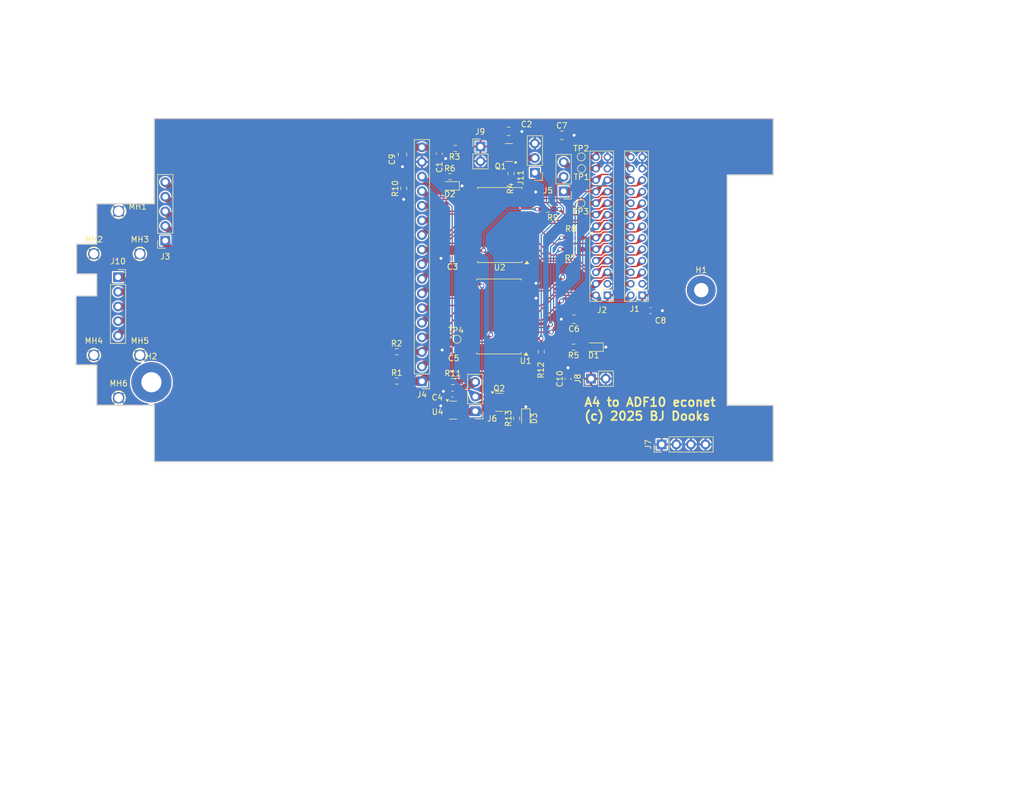
<source format=kicad_pcb>
(kicad_pcb (version 20240108) (generator "pcbnew") (generator_version "8.0")
  (layers (0 "F.Cu" signal) (31 "B.Cu" signal) (34 "B.Paste" user) (35 "F.Paste" user) (36 "B.SilkS" user "B.Silkscreen") (37 "F.SilkS" user "F.Silkscreen") (38 "B.Mask" user) (39 "F.Mask" user) (44 "Edge.Cuts" user))
  (net 0 "")
  (net 1 "GND")
  (net 2 "/VCC_ECONET")
  (net 3 "VCCQ")
  (net 4 "Net-(D1-A)")
  (net 5 "Net-(D2-A)")
  (net 6 "/BD4")
  (net 7 "/BD3")
  (net 8 "/~{IRQ}")
  (net 9 "/BD5")
  (net 10 "/LA5")
  (net 11 "+5V")
  (net 12 "/BD1")
  (net 13 "/LA4")
  (net 14 "/~{S2}")
  (net 15 "/~{RST}")
  (net 16 "/~{PRE}")
  (net 17 "/LA3")
  (net 18 "/~{S4}")
  (net 19 "/CLK2")
  (net 20 "/~{ECON}")
  (net 21 "/BD0")
  (net 22 "/~{PWE}")
  (net 23 "/BD6")
  (net 24 "/BD2")
  (net 25 "/LA2")
  (net 26 "/~{WBE}")
  (net 27 "/BD7")
  (net 28 "/~{EFIQ}")
  (net 29 "/D4")
  (net 30 "/A0")
  (net 31 "/A1")
  (net 32 "/D0")
  (net 33 "/D1")
  (net 34 "/D5")
  (net 35 "/D6")
  (net 36 "/~{CS}")
  (net 37 "/D2")
  (net 38 "/CLK")
  (net 39 "/D7")
  (net 40 "/D3")
  (net 41 "/R~{W}")
  (net 42 "/~{RSTE}")
  (net 43 "Net-(U1-A1)")
  (net 44 "Net-(U1-A2)")
  (net 46 "/~{RST2}")
  (net 47 "/~{BUF_EN}")
  (net 49 "/IRQSEL")
  (net 51 "/~{SUP_RST}")
  (net 52 "/~{IRQA}")
  (net 53 "/EC4")
  (net 54 "/EC2")
  (net 55 "/EC1")
  (net 56 "/EC3")
  (net 57 "/EC5")
  (net 58 "/~{ECON2}")
  (net 59 "Net-(D3-A)")
  (net 60 "Net-(Q2-D)")
  (footprint "Capacitor_SMD:C_0603_1608Metric_Pad1.08x0.95mm_HandSolder" (layer "F.Cu") (at 65.5 60.2 180)
    (property "Reference" "C5")
    (property "Value" "100nF")
  )
  (footprint "Resistor_SMD:R_0603_1608Metric_Pad0.98x0.95mm_HandSolder" (layer "F.Cu") (at 65.35 65.7)
    (property "Reference" "R11")
    (property "Value" "100K")
  )
  (footprint "LED_SMD:LED_0603_1608Metric_Pad1.05x0.95mm_HandSolder" (layer "F.Cu") (at 64.825 31.7 180)
    (property "Reference" "D2")
    (property "Value" "LED_Small_Filled")
  )
  (footprint "Package_TO_SOT_SMD:SOT-143" (layer "F.Cu") (at 65.4 70.65)
    (property "Reference" "U4")
    (property "Value" "MAX811TDB4RG")
  )
  (footprint "Resistor_SMD:R_0603_1608Metric_Pad0.98x0.95mm_HandSolder" (layer "F.Cu") (at 55.6125 65.6)
    (property "Reference" "R1")
    (property "Value" "100K")
  )
  (footprint "Capacitor_SMD:C_0805_2012Metric_Pad1.18x1.45mm_HandSolder" (layer "F.Cu") (at 84.2725 22.91)
    (property "Reference" "C7")
    (property "Value" "10uF")
  )
  (footprint "Resistor_SMD:R_0603_1608Metric_Pad0.98x0.95mm_HandSolder" (layer "F.Cu") (at 76.43 72.07 90)
    (property "Reference" "R13")
    (property "Value" "1K")
  )
  (footprint "Connector_PinHeader_2.00mm:PinHeader_2x13_P2.00mm_Vertical" (layer "F.Cu") (at 92.2 50.7 180)
    (property "Reference" "J2")
    (property "Value" "Conn_02x13_Odd_Even")
  )
  (footprint "LED_SMD:LED_0603_1608Metric_Pad1.05x0.95mm_HandSolder" (layer "F.Cu") (at 89.82125 59.7 180)
    (property "Reference" "D1")
    (property "Value" "LED_Small_Filled")
  )
  (footprint "Capacitor_SMD:C_0603_1608Metric_Pad1.08x0.95mm_HandSolder" (layer "F.Cu") (at 99.6775 53.37)
    (property "Reference" "C8")
    (property "Value" "100nF")
  )
  (footprint "TestPoint:TestPoint_Plated_Hole_D2.0mm" (layer "F.Cu") (at 11 61.1)
    (property "Reference" "MH5")
    (property "Value" "MH 1.5mm")
  )
  (footprint "Package_TO_SOT_SMD:SOT-23" (layer "F.Cu") (at 75.0875 25.9 180)
    (property "Reference" "Q1")
    (property "Value" "AO3401A")
  )
  (footprint "MountingHole:MountingHole_3.5mm_Pad_TopBottom" (layer "F.Cu") (at 13 65.8)
    (property "Reference" "H2")
    (property "Value" "MountingHole")
  )
  (footprint "Connector_PinHeader_2.54mm:PinHeader_1x03_P2.54mm_Vertical" (layer "F.Cu") (at 69.25 70.83 180)
    (property "Reference" "J6")
    (property "Value" "Conn_01x03")
  )
  (footprint "Connector_PinHeader_2.54mm:PinHeader_1x04_P2.54mm_Vertical" (layer "F.Cu") (at 101.62 76.6 90)
    (property "Reference" "J7")
    (property "Value" "Conn_01x04_Pin")
  )
  (footprint "Resistor_SMD:R_0603_1608Metric_Pad0.98x0.95mm_HandSolder" (layer "F.Cu") (at 80.7 60.5 90)
    (property "Reference" "R12")
    (property "Value" "100K")
  )
  (footprint "MountingHole:MountingHole_2.5mm_Pad_TopBottom" (layer "F.Cu") (at 108.5 49.8)
    (property "Reference" "H1")
    (property "Value" "MountingHole")
  )
  (footprint "Resistor_SMD:R_0603_1608Metric_Pad0.98x0.95mm_HandSolder" (layer "F.Cu") (at 56.81 32.1375 -90)
    (property "Reference" "R10")
    (property "Value" "100K")
  )
  (footprint "Package_SO:SOIC-20W_7.5x12.8mm_P1.27mm" (layer "F.Cu") (at 73.5 38.5 180)
    (property "Reference" "U2")
    (property "Value" "74CBT3245ADWR")
  )
  (footprint "Connector_PinSocket_2.54mm:PinSocket_1x05_P2.54mm_Vertical" (layer "F.Cu") (at 7.2 47.56)
    (property "Reference" "J10")
    (property "Value" "Conn_01x05_Pin")
  )
  (footprint "Capacitor_SMD:C_0603_1608Metric_Pad1.08x0.95mm_HandSolder" (layer "F.Cu") (at 65.3 67.85 180)
    (property "Reference" "C4")
    (property "Value" "100nF")
  )
  (footprint "Connector_PinHeader_2.00mm:PinHeader_2x13_P2.00mm_Vertical" (layer "F.Cu") (at 98.25 50.7 180)
    (property "Reference" "J1")
    (property "Value" "Conn_02x13_Odd_Even")
  )
  (footprint "Resistor_SMD:R_0603_1608Metric_Pad0.98x0.95mm_HandSolder" (layer "F.Cu") (at 64.825 30.1)
    (property "Reference" "R6")
    (property "Value" "1K")
  )
  (footprint "TestPoint:TestPoint_Plated_Hole_D2.0mm" (layer "F.Cu") (at 3 43.5)
    (property "Reference" "MH2")
    (property "Value" "MH 1.5mm")
  )
  (footprint "Resistor_SMD:R_0603_1608Metric_Pad0.98x0.95mm_HandSolder" (layer "F.Cu") (at 75.45 29.55 90)
    (property "Reference" "R4")
    (property "Value" "100K")
  )
  (footprint "TestPoint:TestPoint_Pad_D1.0mm" (layer "F.Cu") (at 87.7 28.7 180)
    (property "Reference" "TP1")
    (property "Value" "TestPoint_Small")
  )
  (footprint "LED_SMD:LED_0603_1608Metric_Pad1.05x0.95mm_HandSolder" (layer "F.Cu") (at 78.03 72.075 -90)
    (property "Reference" "D3")
    (property "Value" "LED_Small_Filled")
  )
  (footprint "TestPoint:TestPoint_Plated_Hole_D2.0mm" (layer "F.Cu") (at 3 61.1)
    (property "Reference" "MH4")
    (property "Value" "MH 1.5mm")
  )
  (footprint "TestPoint:TestPoint_Plated_Hole_D2.0mm" (layer "F.Cu") (at 11 43.5)
    (property "Reference" "MH3")
    (property "Value" "MH 1.5mm")
  )
  (footprint "Resistor_SMD:R_0603_1608Metric_Pad0.98x0.95mm_HandSolder" (layer "F.Cu") (at 86.7 40.7 180)
    (property "Reference" "R8")
    (property "Value" "0R/FB")
  )
  (footprint "Package_SO:SOIC-20W_7.5x12.8mm_P1.27mm" (layer "F.Cu") (at 73.35 54.375 180)
    (property "Reference" "U1")
    (property "Value" "74CBT3245ADWR")
  )
  (footprint "Capacitor_SMD:C_0805_2012Metric_Pad1.18x1.45mm_HandSolder" (layer "F.Cu") (at 75.025 22.24)
    (property "Reference" "C2")
    (property "Value" "10uF")
  )
  (footprint "Connector_PinHeader_2.54mm:PinHeader_1x17_P2.54mm_Vertical" (layer "F.Cu") (at 59.98 65.63 180)
    (property "Reference" "J4")
    (property "Value" "Conn_01x17_Pin")
  )
  (footprint "TestPoint:TestPoint_Plated_Hole_D2.0mm" (layer "F.Cu") (at 7.3 36.1)
    (property "Reference" "MH1")
    (property "Value" "MH 1.5mm")
  )
  (footprint "Connector_PinHeader_2.54mm:PinHeader_1x03_P2.54mm_Vertical" (layer "F.Cu") (at 79.6 29.4 180)
    (property "Reference" "J11")
    (property "Value" "Conn_01x03")
  )
  (footprint "Resistor_SMD:R_0603_1608Metric_Pad0.98x0.95mm_HandSolder" (layer "F.Cu") (at 81.85 35.75 180)
    (property "Reference" "R9")
    (property "Value" "0R/FB")
  )
  (footprint "Resistor_SMD:R_0603_1608Metric_Pad0.98x0.95mm_HandSolder" (layer "F.Cu") (at 86.7 42.7 180)
    (property "Reference" "R7")
    (property "Value" "0R/FB")
  )
  (footprint "Resistor_SMD:R_0603_1608Metric_Pad0.98x0.95mm_HandSolder" (layer "F.Cu") (at 65.775 25.17 180)
    (property "Reference" "R3")
    (property "Value" "0R/FB")
  )
  (footprint "Resistor_SMD:R_0603_1608Metric_Pad0.98x0.95mm_HandSolder" (layer "F.Cu") (at 55.5875 60.5)
    (property "Reference" "R2")
    (property "Value" "100K")
  )
  (footprint "TestPoint:TestPoint_Pad_D1.0mm" (layer "F.Cu") (at 66.06 58.32 180)
    (property "Reference" "TP4")
    (property "Value" "TP")
  )
  (footprint "Connector_PinHeader_2.54mm:PinHeader_1x02_P2.54mm_Vertical" (layer "F.Cu") (at 70.15 24.875)
    (property "Reference" "J9")
    (property "Value" "Conn_01x02")
  )
  (footprint "Connector_PinHeader_2.54mm:PinHeader_1x03_P2.54mm_Vertical" (layer "F.Cu") (at 84.6 32.64 180)
    (property "Reference" "J5")
    (property "Value" "Conn_01x03")
  )
  (footprint "TestPoint:TestPoint_Plated_Hole_D2.0mm" (layer "F.Cu") (at 7.3 68.5)
    (property "Reference" "MH6")
    (property "Value" "MH 1.5mm")
  )
  (footprint "TestPoint:TestPoint_Pad_D1.0mm" (layer "F.Cu") (at 87.6 34.7 180)
    (property "Reference" "TP3")
    (property "Value" "TestPoint_Small")
  )
  (footprint "Capacitor_SMD:C_0603_1608Metric_Pad1.08x0.95mm_HandSolder" (layer "F.Cu") (at 85.35 65.2125 90)
    (property "Reference" "C10")
    (property "Value" "100nF")
  )
  (footprint "Connector_PinHeader_2.54mm:PinHeader_1x02_P2.54mm_Vertical" (layer "F.Cu") (at 89.365 65.18 90)
    (property "Reference" "J8")
    (property "Value" "Conn_01x02")
  )
  (footprint "Capacitor_SMD:C_0603_1608Metric_Pad1.08x0.95mm_HandSolder" (layer "F.Cu") (at 65.3 44.32 180)
    (property "Reference" "C3")
    (property "Value" "100nF")
  )
  (footprint "Capacitor_SMD:C_0805_2012Metric_Pad1.18x1.45mm_HandSolder" (layer "F.Cu") (at 56.6 26.25 -90)
    (property "Reference" "C9")
    (property "Value" "10uF")
  )
  (footprint "Capacitor_SMD:C_0603_1608Metric_Pad1.08x0.95mm_HandSolder" (layer "F.Cu") (at 63 26.1 -90)
    (property "Reference" "C1")
    (property "Value" "100nF")
  )
  (footprint "Resistor_SMD:R_0603_1608Metric_Pad0.98x0.95mm_HandSolder" (layer "F.Cu") (at 86.32125 59.7 180)
    (property "Reference" "R5")
    (property "Value" "1K")
  )
  (footprint "Capacitor_SMD:C_0805_2012Metric_Pad1.18x1.45mm_HandSolder" (layer "F.Cu") (at 86.3875 54.85 180)
    (property "Reference" "C6")
    (property "Value" "10uF")
  )
  (footprint "Connector_PinSocket_2.54mm:PinSocket_1x05_P2.54mm_Vertical" (layer "F.Cu") (at 15.4 41.2 180)
    (property "Reference" "J3")
    (property "Value" "Conn_01x05_Pin")
  )
  (footprint "Package_TO_SOT_SMD:SOT-23" (layer "F.Cu") (at 73.4 69.28)
    (property "Reference" "Q2")
    (property "Value" "AO3401A")
  )
  (footprint "TestPoint:TestPoint_Pad_D1.0mm" (layer "F.Cu") (at 87.65 26.65)
    (property "Reference" "TP2")
    (property "Value" "TestPoint_Small")
  )
  (gr_poly (pts (xy 13.5 79.6) (xy 13.5 69.8) (xy 3.5 69.8) (xy 3.5 62.8) (xy -0.1 62.8) (xy -0.1 50.8) (xy 3.5 50.8) (xy 3.5 47) (xy 0 47) (xy 0 41.8) (xy 3.5 41.8) (xy 3.5 34.8) (xy 13.5 34.8) (xy 13.5 20) (xy 121 20) (xy 121 29.8) (xy 113 29.8) (xy 113 69.8) (xy 121 69.8) (xy 121 79.6) (xy 19 79.6)) (stroke (width 0.2)) (fill none) (layer "Edge.Cuts"))
  (gr_text "A4 to ADF10 econet\n(c) 2025 BJ Dooks\n" (at 88.04 72.55 0) (layer "F.SilkS") (effects (font (size 1.5 1.5) (thickness 0.3) (bold yes)) (justify left bottom)))
  (segment (start 85.35 54.85) (end 84.18 54.85) (width 0.4) (layer "F.Cu") (net 1))
  (segment (start 79.74 48.66) (end 79.8 48.6) (width 0.4) (layer "F.Cu") (net 1))
  (segment (start 64.18 67.85) (end 63.712624 67.382624) (width 0.4) (layer "F.Cu") (net 1))
  (segment (start 90.69625 59.7) (end 91.92125 59.7) (width 0.4) (layer "F.Cu") (net 1))
  (segment (start 77.34 22.24) (end 77.35 22.25) (width 0.4) (layer "F.Cu") (net 1))
  (segment (start 63.32 44.32) (end 63.29 44.29) (width 0.4) (layer "F.Cu") (net 1))
  (segment (start 100.54 53.37) (end 101.75 53.37) (width 0.4) (layer "F.Cu") (net 1))
  (segment (start 85.35 64.35) (end 85.35 63.29) (width 0.4) (layer "F.Cu") (net 1))
  (segment (start 64.4375 67.85) (end 64.18 67.85) (width 0.4) (layer "F.Cu") (net 1))
  (segment (start 78.03 71.2) (end 78.03 70.06) (width 0.4) (layer "F.Cu") (net 1))
  (segment (start 64.6375 60.2) (end 63.5 60.2) (width 0.4) (layer "F.Cu") (net 1))
  (segment (start 56.81 33.05) (end 56.81 34.0375) (width 0.4) (layer "F.Cu") (net 1))
  (segment (start 63 26.9625) (end 64.0875 26.9625) (width 0.4) (layer "F.Cu") (net 1))
  (segment (start 64.4375 44.32) (end 63.32 44.32) (width 0.4) (layer "F.Cu") (net 1))
  (segment (start 86.4 22.91) (end 86.41 22.9) (width 0.4) (layer "F.Cu") (net 1))
  (segment (start 64.4 69.9) (end 63.25 69.9) (width 0.4) (layer "F.Cu") (net 1))
  (segment (start 65.7 31.7) (end 66.95 31.7) (width 0.4) (layer "F.Cu") (net 1))
  (segment (start 56.6 27.2875) (end 56.6 28.369986) (width 0.4) (layer "F.Cu") (net 1))
  (segment (start 76.0625 22.24) (end 77.34 22.24) (width 0.4) (layer "F.Cu") (net 1))
  (segment (start 56.6 28.369986) (end 56.599993 28.369993) (width 0.4) (layer "F.Cu") (net 1))
  (segment (start 79.715 32.785) (end 79.74 32.76) (width 0.4) (layer "F.Cu") (net 1))
  (segment (start 85.31 22.91) (end 86.4 22.91) (width 0.4) (layer "F.Cu") (net 1))
  (segment (start 78.15 32.785) (end 79.715 32.785) (width 0.4) (layer "F.Cu") (net 1))
  (segment (start 64.0875 26.9625) (end 64.1 26.95) (width 0.4) (layer "F.Cu") (net 1))
  (segment (start 78 48.66) (end 79.74 48.66) (width 0.4) (layer "F.Cu") (net 1))
  (segment (start 78 51.2) (end 79.8 51.2) (width 0.4) (layer "F.Cu") (net 1))
  (via (at 79.74 32.76) (size 0.8) (drill 0.5) (layers "F.Cu" "B.Cu") (net 1))
  (via (at 63.29 44.29) (size 0.8) (drill 0.5) (layers "F.Cu" "B.Cu") (net 1))
  (via (at 85.35 63.29) (size 0.8) (drill 0.5) (layers "F.Cu" "B.Cu") (net 1))
  (via (at 66.95 31.7) (size 0.8) (drill 0.5) (layers "F.Cu" "B.Cu") (net 1))
  (via (at 56.81 34.0375) (size 0.8) (drill 0.5) (layers "F.Cu" "B.Cu") (net 1))
  (via (at 63.25 69.9) (size 0.8) (drill 0.5) (layers "F.Cu" "B.Cu") (net 1))
  (via (at 64.1 26.95) (size 0.8) (drill 0.5) (layers "F.Cu" "B.Cu") (net 1))
  (via (at 79.8 51.2) (size 0.8) (drill 0.5) (layers "F.Cu" "B.Cu") (net 1))
  (via (at 86.41 22.9) (size 0.8) (drill 0.5) (layers "F.Cu" "B.Cu") (net 1))
  (via (at 84.18 54.85) (size 0.8) (drill 0.5) (layers "F.Cu" "B.Cu") (net 1))
  (via (at 79.8 48.6) (size 0.8) (drill 0.5) (layers "F.Cu" "B.Cu") (net 1))
  (via (at 63.5 60.2) (size 0.8) (drill 0.5) (layers "F.Cu" "B.Cu") (net 1))
  (via (at 91.92125 59.7) (size 0.8) (drill 0.5) (layers "F.Cu" "B.Cu") (net 1))
  (via (at 63.712624 67.382624) (size 0.8) (drill 0.5) (layers "F.Cu" "B.Cu") (net 1))
  (via (at 78.03 70.06) (size 0.8) (drill 0.5) (layers "F.Cu" "B.Cu") (net 1))
  (via (at 77.35 22.25) (size 0.8) (drill 0.5) (layers "F.Cu" "B.Cu") (net 1))
  (via (at 101.75 53.37) (size 0.8) (drill 0.5) (layers "F.Cu" "B.Cu") (net 1))
  (via (at 56.599993 28.369993) (size 0.8) (drill 0.5) (layers "F.Cu" "B.Cu") (net 1))
  (segment (start 63 25.2375) (end 61.6375 25.2375) (width 0.6) (layer "F.Cu") (net 2))
  (segment (start 64.8625 25.17) (end 63.0675 25.17) (width 0.6) (layer "F.Cu") (net 2))
  (segment (start 59.98 24.99) (end 56.8225 24.99) (width 0.6) (layer "F.Cu") (net 2))
  (segment (start 61.39 24.99) (end 59.98 24.99) (width 0.6) (layer "F.Cu") (net 2))
  (segment (start 56.8225 24.99) (end 56.6 25.2125) (width 0.6) (layer "F.Cu") (net 2))
  (segment (start 63.0675 25.17) (end 63 25.2375) (width 0.6) (layer "F.Cu") (net 2))
  (segment (start 61.6375 25.2375) (end 61.39 24.99) (width 0.6) (layer "F.Cu") (net 2))
  (segment (start 87.23375 59.7) (end 88.94625 59.7) (width 0.22) (layer "F.Cu") (net 4))
  (segment (start 63.9125 30.1) (end 63.9125 31.6625) (width 0.22) (layer "F.Cu") (net 5))
  (segment (start 63.9125 31.6625) (end 63.95 31.7) (width 0.22) (layer "F.Cu") (net 5))
  (segment (start 97.255 39.695) (end 94.995 39.695) (width 0.22) (layer "F.Cu") (net 6))
  (segment (start 98.25 38.7) (end 97.255 39.695) (width 0.22) (layer "F.Cu") (net 6))
  (segment (start 94.995 39.695) (end 94 38.7) (width 0.22) (layer "F.Cu") (net 6))
  (segment (start 90.905 39.695) (end 91.9 38.7) (width 0.22) (layer "F.Cu") (net 6))
  (segment (start 94 38.7) (end 92.2 38.7) (width 0.22) (layer "F.Cu") (net 6))
  (segment (start 78.485 38.2) (end 88.292857 38.2) (width 0.22) (layer "F.Cu") (net 6))
  (segment (start 91.9 38.7) (end 92.2 38.7) (width 0.22) (layer "F.Cu") (net 6))
  (segment (start 78.15 37.865) (end 78.485 38.2) (width 0.22) (layer "F.Cu") (net 6))
  (segment (start 89.787857 39.695) (end 90.905 39.695) (width 0.22) (layer "F.Cu") (net 6))
  (segment (start 88.292857 38.2) (end 89.787857 39.695) (width 0.22) (layer "F.Cu") (net 6))
  (segment (start 97.255 41.695) (end 94.995 41.695) (width 0.22) (layer "F.Cu") (net 7))
  (segment (start 83.898234 41.78) (end 83.973234 41.705) (width 0.22) (layer "F.Cu") (net 7))
  (segment (start 83.011766 41.78) (end 83.898234 41.78) (width 0.22) (layer "F.Cu") (net 7))
  (segment (start 94 40.7) (end 92.2 40.7) (width 0.22) (layer "F.Cu") (net 7))
  (segment (start 98.25 40.7) (end 97.255 41.695) (width 0.22) (layer "F.Cu") (net 7))
  (segment (start 94.995 41.695) (end 94 40.7) (width 0.22) (layer "F.Cu") (net 7))
  (segment (start 91.9 40.7) (end 92.2 40.7) (width 0.22) (layer "F.Cu") (net 7))
  (segment (start 80.366766 39.135) (end 83.011766 41.78) (width 0.22) (layer "F.Cu") (net 7))
  (segment (start 83.973234 41.705) (end 90.895 41.705) (width 0.22) (layer "F.Cu") (net 7))
  (segment (start 78.15 39.135) (end 80.366766 39.135) (width 0.22) (layer "F.Cu") (net 7))
  (segment (start 90.895 41.705) (end 91.9 40.7) (width 0.22) (layer "F.Cu") (net 7))
  (segment (start 59.98 65.63) (end 56.555 65.63) (width 0.22) (layer "F.Cu") (net 8))
  (segment (start 65.317624 57.35) (end 68.5 57.35) (width 0.22) (layer "F.Cu") (net 8))
  (segment (start 62.77 59.897624) (end 65.317624 57.35) (width 0.22) (layer "F.Cu") (net 8))
  (segment (start 59.98 65.63) (end 62.77 62.84) (width 0.22) (layer "F.Cu") (net 8))
  (segment (start 62.77 62.84) (end 62.77 59.897624) (width 0.22) (layer "F.Cu") (net 8))
  (segment (start 68.5 57.35) (end 68.7 57.55) (width 0.22) (layer "F.Cu") (net 8))
  (segment (start 56.555 65.63) (end 56.525 65.6) (width 0.22) (layer "F.Cu") (net 8))
  (segment (start 98.25 36.7) (end 97.255 37.695) (width 0.22) (layer "F.Cu") (net 9))
  (segment (start 80.496766 37.695) (end 90.995 37.695) (width 0.22) (layer "F.Cu") (net 9))
  (segment (start 91.99 36.7) (end 92.2 36.7) (width 0.22) (layer "F.Cu") (net 9))
  (segment (start 79.396766 36.595) (end 80.496766 37.695) (width 0.22) (layer "F.Cu") (net 9))
  (segment (start 78.15 36.595) (end 79.396766 36.595) (width 0.22) (layer "F.Cu") (net 9))
  (segment (start 97.255 37.695) (end 94.295 37.695) (width 0.22) (layer "F.Cu") (net 9))
  (segment (start 94.295 37.695) (end 93.3 36.7) (width 0.22) (layer "F.Cu") (net 9))
  (segment (start 90.995 37.695) (end 91.99 36.7) (width 0.22) (layer "F.Cu") (net 9))
  (segment (start 93.3 36.7) (end 92.2 36.7) (width 0.22) (layer "F.Cu") (net 9))
  (segment (start 91.787857 43.705) (end 90.792857 44.7) (width 0.22) (layer "F.Cu") (net 10))
  (segment (start 96.25 44.7) (end 95.295406 44.7) (width 0.22) (layer "F.Cu") (net 10))
  (segment (start 90.792857 44.7) (end 90.2 44.7) (width 0.22) (layer "F.Cu") (net 10))
  (segment (start 94.300406 43.705) (end 91.787857 43.705) (width 0.22) (layer "F.Cu") (net 10))
  (segment (start 95.295406 44.7) (end 94.300406 43.705) (width 0.22) (layer "F.Cu") (net 10))
  (segment (start 81.809999 44.31) (end 86.948112 44.31) (width 0.22) (layer "F.Cu") (net 12))
  (segment (start 98.25 44.7) (end 97.255 45.695) (width 0.22) (layer "F.Cu") (net 12))
  (segment (start 88.338112 45.7) (end 90.607143 45.7) (width 0.22) (layer "F.Cu") (net 12))
  (segment (start 86.948112 44.31) (end 88.338112 45.7) (width 0.22) (layer "F.Cu") (net 12))
  (segment (start 79.174999 41.675) (end 81.809999 44.31) (width 0.22) (layer "F.Cu") (net 12))
  (segment (start 78.15 41.675) (end 79.174999 41.675) (width 0.22) (layer "F.Cu") (net 12))
  (segment (start 93.154594 44.7) (end 92.2 44.7) (width 0.22) (layer "F.Cu") (net 12))
  (segment (start 91.607143 44.7) (end 92.2 44.7) (width 0.22) (layer "F.Cu") (net 12))
  (segment (start 97.255 45.695) (end 94.149594 45.695) (width 0.22) (layer "F.Cu") (net 12))
  (segment (start 94.149594 45.695) (end 93.154594 44.7) (width 0.22) (layer "F.Cu") (net 12))
  (segment (start 90.607143 45.7) (end 91.607143 44.7) (width 0.22) (layer "F.Cu") (net 12))
  (segment (start 96.25 46.7) (end 93.607143 46.7) (width 0.22) (layer "F.Cu") (net 13))
  (segment (start 90.215255 46.7) (end 90.2 46.7) (width 0.22) (layer "F.Cu") (net 13))
  (segment (start 91.210255 45.705) (end 90.215255 46.7) (width 0.22) (layer "F.Cu") (net 13))
  (segment (start 93.607143 46.7) (end 92.612143 45.705) (width 0.22) (layer "F.Cu") (net 13))
  (segment (start 92.612143 45.705) (end 91.210255 45.705) (width 0.22) (layer "F.Cu") (net 13))
  (segment (start 94.300406 39.705) (end 91.503112 39.705) (width 0.22) (layer "F.Cu") (net 14))
  (segment (start 96.25 40.7) (end 95.295406 40.7) (width 0.22) (layer "F.Cu") (net 14))
  (segment (start 95.295406 40.7) (end 94.300406 39.705) (width 0.22) (layer "F.Cu") (net 14))
  (segment (start 90.508112 40.7) (end 90.2 40.7) (width 0.22) (layer "F.Cu") (net 14))
  (segment (start 90.2 40.7) (end 87.6125 40.7) (width 0.22) (layer "F.Cu") (net 14))
  (segment (start 91.503112 39.705) (end 90.508112 40.7) (width 0.22) (layer "F.Cu") (net 14))
  (segment (start 78 49.93) (end 82.04 49.93) (width 0.22) (layer "F.Cu") (net 15))
  (segment (start 82.04 49.93) (end 84.44 47.53) (width 0.22) (layer "F.Cu") (net 15))
  (segment (start 97.255 31.695) (end 95.095 31.695) (width 0.22) (layer "F.Cu") (net 15))
  (segment (start 98.25 30.7) (end 97.255 31.695) (width 0.22) (layer "F.Cu") (net 15))
  (segment (start 95.095 31.695) (end 94.1 30.7) (width 0.22) (layer "F.Cu") (net 15))
  (segment (start 94.1 30.7) (end 92.2 30.7) (width 0.22) (layer "F.Cu") (net 15))
  (via (at 84.44 47.53) (size 0.8) (drill 0.5) (layers "F.Cu" "B.Cu") (net 15))
  (segment (start 86.58 34.846346) (end 86.58 43.78) (width 0.22) (layer "B.Cu") (net 15))
  (segment (start 86.58 43.78) (end 84.44 45.92) (width 0.22) (layer "B.Cu") (net 15))
  (segment (start 89.731346 31.695) (end 86.58 34.846346) (width 0.22) (layer "B.Cu") (net 15))
  (segment (start 84.44 45.92) (end 84.44 47.53) (width 0.22) (layer "B.Cu") (net 15))
  (segment (start 91.205 31.695) (end 89.731346 31.695) (width 0.22) (layer "B.Cu") (net 15))
  (segment (start 92.2 30.7) (end 91.205 31.695) (width 0.22) (layer "B.Cu") (net 15))
  (segment (start 90.2 25.745406) (end 90.680406 25.265) (width 0.22) (layer "F.Cu") (net 16))
  (segment (start 90.2 26.7) (end 90.2 25.745406) (width 0.22) (layer "F.Cu") (net 16))
  (segment (start 87.7 26.7) (end 87.65 26.65) (width 0.22) (layer "F.Cu") (net 16))
  (segment (start 90.680406 25.265) (end 94.815 25.265) (width 0.22) (layer "F.Cu") (net 16))
  (segment (start 94.815 25.265) (end 96.25 26.7) (width 0.22) (layer "F.Cu") (net 16))
  (segment (start 90.2 26.7) (end 87.7 26.7) (width 0.22) (layer "F.Cu") (net 16))
  (segment (start 83.068112 50.2) (end 88.7 50.2) (width 0.22) (layer "F.Cu") (net 17))
  (segment (start 96.25 48.7) (end 93.621285 48.7) (width 0.22) (layer "F.Cu") (net 17))
  (segment (start 90.778715 48.7) (end 90.2 48.7) (width 0.22) (layer "F.Cu") (net 17))
  (segment (start 91.783715 47.695) (end 90.778715 48.7) (width 0.22) (layer "F.Cu") (net 17))
  (segment (start 80.798112 52.47) (end 83.068112 50.2) (width 0.22) (layer "F.Cu") (net 17))
  (segment (start 78 52.47) (end 80.798112 52.47) (width 0.22) (layer "F.Cu") (net 17))
  (segment (start 88.7 50.2) (end 90.2 48.7) (width 0.22) (layer "F.Cu") (net 17))
  (segment (start 92.616285 47.695) (end 91.783715 47.695) (width 0.22) (layer "F.Cu") (net 17))
  (segment (start 93.621285 48.7) (end 92.616285 47.695) (width 0.22) (layer "F.Cu") (net 17))
  (segment (start 87.6 34.7) (end 90.2 34.7) (width 0.22) (layer "F.Cu") (net 18))
  (segment (start 96.25 34.7) (end 95.295406 34.7) (width 0.22) (layer "F.Cu") (net 18))
  (segment (start 94.300406 33.705) (end 91.210255 33.705) (width 0.22) (layer "F.Cu") (net 18))
  (segment (start 90.215255 34.7) (end 90.2 34.7) (width 0.22) (layer "F.Cu") (net 18))
  (segment (start 95.295406 34.7) (end 94.300406 33.705) (width 0.22) (layer "F.Cu") (net 18))
  (segment (start 91.210255 33.705) (end 90.215255 34.7) (width 0.22) (layer "F.Cu") (net 18))
  (segment (start 96.25 38.7) (end 94.691888 38.7) (width 0.22) (layer "F.Cu") (net 19))
  (segment (start 90.598112 38.7) (end 90.2 38.7) (width 0.22) (layer "F.Cu") (net 19))
  (segment (start 80.88 55.01) (end 84.22 51.67) (width 0.22) (layer "F.Cu") (net 19))
  (segment (start 91.593112 37.705) (end 90.598112 38.7) (width 0.22) (layer "F.Cu") (net 19))
  (segment (start 93.696888 37.705) (end 91.593112 37.705) (width 0.22) (layer "F.Cu") (net 19))
  (segment (start 94.691888 38.7) (end 93.696888 37.705) (width 0.22) (layer "F.Cu") (net 19))
  (segment (start 78 55.01) (end 80.88 55.01) (width 0.22) (layer "F.Cu") (net 19))
  (via (at 84.22 51.67) (size 0.8) (drill 0.5) (layers "F.Cu" "B.Cu") (net 19))
  (segment (start 87.92 47.97) (end 84.22 51.67) (width 0.22) (layer "B.Cu") (net 19))
  (segment (start 90.2 38.7) (end 87.92 40.98) (width 0.22) (layer "B.Cu") (net 19))
  (segment (start 87.92 40.98) (end 87.92 47.97) (width 0.22) (layer "B.Cu") (net 19))
  (segment (start 84.80353 36.7) (end 83.841272 35.737742) (width 0.22) (layer "F.Cu") (net 20))
  (segment (start 90.608112 36.7) (end 90.2 36.7) (width 0.22) (layer "F.Cu") (net 20))
  (segment (start 83.829014 35.75) (end 83.841272 35.737742) (width 0.22) (layer "F.Cu") (net 20))
  (segment (start 82.7625 35.75) (end 83.829014 35.75) (width 0.22) (layer "F.Cu") (net 20))
  (segment (start 96.35 36.6) (end 96.942857 36.6) (width 0.22) (layer "F.Cu") (net 20))
  (segment (start 94.300406 35.705) (end 91.603112 35.705) (width 0.22) (layer "F.Cu") (net 20))
  (segment (start 90.2 36.7) (end 84.80353 36.7) (width 0.22) (layer "F.Cu") (net 20))
  (segment (start 96.25 36.7) (end 95.295406 36.7) (width 0.22) (layer "F.Cu") (net 20))
  (segment (start 91.603112 35.705) (end 90.608112 36.7) (width 0.22) (layer "F.Cu") (net 20))
  (segment (start 96.25 36.7) (end 96.35 36.6) (width 0.22) (layer "F.Cu") (net 20))
  (segment (start 95.295406 36.7) (end 94.300406 35.705) (width 0.22) (layer "F.Cu") (net 20))
  (via (at 83.841272 35.737742) (size 0.8) (drill 0.5) (layers "F.Cu" "B.Cu") (net 20))
  (segment (start 83.841272 35.737742) (end 82.697742 35.737742) (width 0.22) (layer "B.Cu") (net 20))
  (segment (start 81.6 34.64) (end 81.6 31.4) (width 0.22) (layer "B.Cu") (net 20))
  (segment (start 81.6 31.4) (end 79.6 29.4) (width 0.22) (layer "B.Cu") (net 20))
  (segment (start 82.697742 35.737742) (end 81.6 34.64) (width 0.22) (layer "B.Cu") (net 20))
  (segment (start 89.735 47.705) (end 91.165603 47.705) (width 0.22) (layer "F.Cu") (net 21))
  (segment (start 97.255 47.695) (end 93.224397 47.695) (width 0.22) (layer "F.Cu") (net 21))
  (segment (start 79.516766 42.945) (end 81.311766 44.74) (width 0.22) (layer "F.Cu") (net 21))
  (segment (start 92.170603 46.7) (end 92.2 46.7) (width 0.22) (layer "F.Cu") (net 21))
  (segment (start 91.165603 47.705) (end 92.170603 46.7) (width 0.22) (layer "F.Cu") (net 21))
  (segment (start 93.224397 47.695) (end 92.229397 46.7) (width 0.22) (layer "F.Cu") (net 21))
  (segment (start 98.25 46.7) (end 97.255 47.695) (width 0.22) (layer "F.Cu") (net 21))
  (segment (start 81.311766 44.74) (end 86.77 44.74) (width 0.22) (layer "F.Cu") (net 21))
  (segment (start 92.229397 46.7) (end 92.2 46.7) (width 0.22) (layer "F.Cu") (net 21))
  (segment (start 78.15 42.945) (end 79.516766 42.945) (width 0.22) (layer "F.Cu") (net 21))
  (segment (start 86.77 44.74) (end 89.735 47.705) (width 0.22) (layer "F.Cu") (net 21))
  (segment (start 91.783715 25.695) (end 93.245 25.695) (width 0.22) (layer "F.Cu") (net 22))
  (segment (start 91.195 27.705) (end 91.195 26.283715) (width 0.22) (layer "F.Cu") (net 22))
  (segment (start 91.195 26.283715) (end 91.783715 25.695) (width 0.22) (layer "F.Cu") (net 22))
  (segment (start 90.2 28.7) (end 87.7 28.7) (width 0.22) (layer "F.Cu") (net 22))
  (segment (start 93.245 25.695) (end 96.25 28.7) (width 0.22) (layer "F.Cu") (net 22))
  (segment (start 90.2 28.7) (end 91.195 27.705) (width 0.22) (layer "F.Cu") (net 22))
  (segment (start 98.234745 34.7) (end 97.239745 35.695) (width 0.22) (layer "F.Cu") (net 23))
  (segment (start 80.001766 34.6) (end 85.65 34.6) (width 0.22) (layer "F.Cu") (net 23))
  (segment (start 90.805 35.695) (end 91.8 34.7) (width 0.22) (layer "F.Cu") (net 23))
  (segment (start 91.8 34.7) (end 92.2 34.7) (width 0.22) (layer "F.Cu") (net 23))
  (segment (start 85.65 34.6) (end 86.745 35.695) (width 0.22) (layer "F.Cu") (net 23))
  (segment (start 94.995 35.695) (end 94 34.7) (width 0.22) (layer "F.Cu") (net 23))
  (segment (start 97.239745 35.695) (end 94.995 35.695) (width 0.22) (layer "F.Cu") (net 23))
  (segment (start 79.276766 35.325) (end 80.001766 34.6) (width 0.22) (layer "F.Cu") (net 23))
  (segment (start 98.25 34.7) (end 98.234745 34.7) (width 0.22) (layer "F.Cu") (net 23))
  (segment (start 94 34.7) (end 92.2 34.7) (width 0.22) (layer "F.Cu") (net 23))
  (segment (start 78.15 35.325) (end 79.276766 35.325) (width 0.22) (layer "F.Cu") (net 23))
  (segment (start 86.745 35.695) (end 90.805 35.695) (width 0.22) (layer "F.Cu") (net 23))
  (segment (start 92.184745 42.7) (end 92.2 42.7) (width 0.22) (layer "F.Cu") (net 24))
  (segment (start 94 42.7) (end 92.2 42.7) (width 0.22) (layer "F.Cu") (net 24))
  (segment (start 98.25 42.7) (end 97.255 43.695) (width 0.22) (layer "F.Cu") (net 24))
  (segment (start 91.179745 43.705) (end 92.184745 42.7) (width 0.22) (layer "F.Cu") (net 24))
  (segment (start 78.15 40.405) (end 79.066766 40.405) (width 0.22) (layer "F.Cu") (net 24))
  (segment (start 82.366766 43.705) (end 91.179745 43.705) (width 0.22) (layer "F.Cu") (net 24))
  (segment (start 97.255 43.695) (end 94.995 43.695) (width 0.22) (layer "F.Cu") (net 24))
  (segment (start 79.066766 40.405) (end 82.366766 43.705) (width 0.22) (layer "F.Cu") (net 24))
  (segment (start 94.995 43.695) (end 94 42.7) (width 0.22) (layer "F.Cu") (net 24))
  (segment (start 83.176224 50.7) (end 90.2 50.7) (width 0.22) (layer "F.Cu") (net 25))
  (segment (start 80.136224 53.74) (end 83.176224 50.7) (width 0.22) (layer "F.Cu") (net 25))
  (segment (start 78 53.74) (end 80.136224 53.74) (width 0.22) (layer "F.Cu") (net 25))
  (segment (start 90.2 50.7) (end 91.205 51.705) (width 0.22) (layer "B.Cu") (net 25))
  (segment (start 95.245 51.705) (end 96.25 50.7) (width 0.22) (layer "B.Cu") (net 25))
  (segment (start 91.205 51.705) (end 95.245 51.705) (width 0.22) (layer "B.Cu") (net 25))
  (segment (start 95.295406 42.7) (end 94.300406 41.705) (width 0.22) (layer "F.Cu") (net 26))
  (segment (start 91.503112 41.705) (end 90.508112 42.7) (width 0.22) (layer "F.Cu") (net 26))
  (segment (start 94.300406 41.705) (end 91.503112 41.705) (width 0.22) (layer "F.Cu") (net 26))
  (segment (start 96.25 42.7) (end 95.295406 42.7) (width 0.22) (layer "F.Cu") (net 26))
  (segment (start 90.508112 42.7) (end 90.2 42.7) (width 0.22) (layer "F.Cu") (net 26))
  (segment (start 87.6125 42.7) (end 90.2 42.7) (width 0.22) (layer "F.Cu") (net 26))
  (segment (start 78.15 34.055) (end 78.325 33.88) (width 0.22) (layer "F.Cu") (net 27))
  (segment (start 94.995 33.695) (end 94 32.7) (width 0.22) (layer "F.Cu") (net 27))
  (segment (start 90.612143 33.695) (end 91.607143 32.7) (width 0.22) (layer "F.Cu") (net 27))
  (segment (start 94 32.7) (end 92.2 32.7) (width 0.22) (layer "F.Cu") (net 27))
  (segment (start 91.607143 32.7) (end 92.2 32.7) (width 0.22) (layer "F.Cu") (net 27))
  (segment (start 89.602857 33.88) (end 89.787857 33.695) (width 0.22) (layer "F.Cu") (net 27))
  (segment (start 89.787857 33.695) (end 90.612143 33.695) (width 0.22) (layer "F.Cu") (net 27))
  (segment (start 97.255 33.695) (end 94.995 33.695) (width 0.22) (layer "F.Cu") (net 27))
  (segment (start 98.25 32.7) (end 97.255 33.695) (width 0.22) (layer "F.Cu") (net 27))
  (segment (start 78.325 33.88) (end 89.602857 33.88) (width 0.22) (layer "F.Cu") (net 27))
  (segment (start 90.2 30.7) (end 87.74 30.7) (width 0.22) (layer "F.Cu") (net 28))
  (segment (start 96.25 30.7) (end 95.255 29.705) (width 0.22) (layer "F.Cu") (net 28))
  (segment (start 91.195 29.705) (end 90.2 30.7) (width 0.22) (layer "F.Cu") (net 28))
  (segment (start 95.255 29.705) (end 91.195 29.705) (width 0.22) (layer "F.Cu") (net 28))
  (segment (start 87.74 30.7) (end 84.6 27.56) (width 0.22) (layer "F.Cu") (net 28))
  (segment (start 59.98 40.23) (end 60.02 40.23) (width 0.22) (layer "F.Cu") (net 29))
  (segment (start 63.655 36.595) (end 68.85 36.595) (width 0.22) (layer "F.Cu") (net 29))
  (segment (start 60.02 40.23) (end 63.655 36.595) (width 0.22) (layer "F.Cu") (net 29))
  (segment (start 59.98 55.47) (end 62.09 53.36) (width 0.22) (layer "F.Cu") (net 30))
  (segment (start 62.09 53.36) (end 63.24 53.36) (width 0.22) (layer "F.Cu") (net 30))
  (segment (start 63.24 53.36) (end 64.13 52.47) (width 0.22) (layer "F.Cu") (net 30))
  (segment (start 64.13 52.47) (end 68.7 52.47) (width 0.22) (layer "F.Cu") (net 30))
  (segment (start 64.77 51.2) (end 68.7 51.2) (width 0.22) (layer "F.Cu") (net 31))
  (segment (start 59.98 52.93) (end 63.04 52.93) (width 0.22) (layer "F.Cu") (net 31))
  (segment (start 63.04 52.93) (end 64.77 51.2) (width 0.22) (layer "F.Cu") (net 31))
  (segment (start 59.98 50.39) (end 62.44 47.93) (width 0.22) (layer "F.Cu") (net 32))
  (segment (start 64.772624 41.675) (end 68.85 41.675) (width 0.22) (layer "F.Cu") (net 32))
  (segment (start 62.44 47.93) (end 62.44 44.007624) (width 0.22) (layer "F.Cu") (net 32))
  (segment (start 62.44 44.007624) (end 64.772624 41.675) (width 0.22) (layer "F.Cu") (net 32))
  (segment (start 65.42037 40.405) (end 68.85 40.405) (width 0.22) (layer "F.Cu") (net 33))
  (segment (start 59.98 47.85) (end 62 45.83) (width 0.22) (layer "F.Cu") (net 33))
  (segment (start 62 43.82537) (end 65.42037 40.405) (width 0.22) (layer "F.Cu") (net 33))
  (segment (start 62 45.83) (end 62 43.82537) (width 0.22) (layer "F.Cu") (net 33))
  (segment (start 66.59 36.12) (end 63.16 36.12) (width 0.22) (layer "F.Cu") (net 34))
  (segment (start 67.385 35.325) (end 66.59 36.12) (width 0.22) (layer "F.Cu") (net 34))
  (segment (start 68.85 35.325) (end 67.385 35.325) (width 0.22) (layer "F.Cu") (net 34))
  (segment (start 61.59 37.69) (end 59.98 37.69) (width 0.22) (layer "F.Cu") (net 34))
  (segment (start 63.16 36.12) (end 61.59 37.69) (width 0.22) (layer "F.Cu") (net 34))
  (segment (start 62.45 35.15) (end 59.98 35.15) (width 0.22) (layer "F.Cu") (net 35))
  (segment (start 68.85 34.055) (end 63.545 34.055) (width 0.22) (layer "F.Cu") (net 35))
  (segment (start 63.545 34.055) (end 62.45 35.15) (width 0.22) (layer "F.Cu") (net 35))
  (segment (start 59.98 60.55) (end 65.52 55.01) (width 0.22) (layer "F.Cu") (net 36))
  (segment (start 65.52 55.01) (end 68.7 55.01) (width 0.22) (layer "F.Cu") (net 36))
  (segment (start 59.98 60.55) (end 56.55 60.55) (width 0.22) (layer "F.Cu") (net 36))
  (segment (start 56.55 60.55) (end 56.5 60.5) (width 0.22) (layer "F.Cu") (net 36))
  (segment (start 66.070492 39.135) (end 59.98 45.225492) (width 0.22) (layer "F.Cu") (net 37))
  (segment (start 68.85 39.135) (end 66.070492 39.135) (width 0.22) (layer "F.Cu") (net 37))
  (segment (start 59.98 45.225492) (end 59.98 45.31) (width 0.22) (layer "F.Cu") (net 37))
  (segment (start 61.29 58.01) (end 65.56 53.74) (width 0.22) (layer "F.Cu") (net 38))
  (segment (start 65.56 53.74) (end 68.7 53.74) (width 0.22) (layer "F.Cu") (net 38))
  (segment (start 59.98 58.01) (end 61.29 58.01) (width 0.22) (layer "F.Cu") (net 38))
  (segment (start 68.85 32.785) (end 67.705 32.785) (width 0.22) (layer "F.Cu") (net 39))
  (segment (start 66.89 33.6) (end 60.97 33.6) (width 0.22) (layer "F.Cu") (net 39))
  (segment (start 60.97 33.6) (end 59.98 32.61) (width 0.22) (layer "F.Cu") (net 39))
  (segment (start 67.705 32.785) (end 66.89 33.6) (width 0.22) (layer "F.Cu") (net 39))
  (segment (start 59.98 42.77) (end 61.64 42.77) (width 0.22) (layer "F.Cu") (net 40))
  (segment (start 61.64 42.77) (end 66.545 37.865) (width 0.22) (layer "F.Cu") (net 40))
  (segment (start 66.545 37.865) (end 68.85 37.865) (width 0.22) (layer "F.Cu") (net 40))
  (segment (start 68.7 56.28) (end 65.76537 56.28) (width 0.22) (layer "F.Cu") (net 41))
  (segment (start 61.86 60.18537) (end 61.86 61.21) (width 0.22) (layer "F.Cu") (net 41))
  (segment (start 61.86 61.21) (end 59.98 63.09) (width 0.22) (layer "F.Cu") (net 41))
  (segment (start 65.76537 56.28) (end 61.86 60.18537) (width 0.22) (layer "F.Cu") (net 41))
  (segment (start 72.4225 68.29) (end 72.4625 68.33) (width 0.22) (layer "F.Cu") (net 42))
  (segment (start 69.25 68.29) (end 72.4225 68.29) (width 0.22) (layer "F.Cu") (net 42))
  (segment (start 59.98 30.07) (end 65.24 35.33) (width 0.22) (layer "B.Cu") (net 42))
  (segment (start 65.24 35.33) (end 65.24 64.28) (width 0.22) (layer "B.Cu") (net 42))
  (segment (start 65.24 64.28) (end 69.25 68.29) (width 0.22) (layer "B.Cu") (net 42))
  (segment (start 82.45 57.1) (end 79.85 57.1) (width 0.22) (layer "F.Cu") (net 43))
  (segment (start 79.4 57.55) (end 78 57.55) (width 0.22) (layer "F.Cu") (net 43))
  (segment (start 85.7875 42.7) (end 83.98 42.7) (width 0.22) (layer "F.Cu") (net 43))
  (segment (start 79.85 57.1) (end 79.4 57.55) (width 0.22) (layer "F.Cu") (net 43))
  (via (at 82.45 57.1) (size 0.8) (drill 0.5) (layers "F.Cu" "B.Cu") (net 43))
  (via (at 83.98 42.7) (size 0.8) (drill 0.5) (layers "F.Cu" "B.Cu") (net 43))
  (segment (start 83.05 55.35) (end 82.85 55.15) (width 0.22) (layer "B.Cu") (net 43))
  (segment (start 82.45 57.1) (end 83.05 56.5) (width 0.22) (layer "B.Cu") (net 43))
  (segment (start 83.05 56.5) (end 83.05 55.35) (width 0.22) (layer "B.Cu") (net 43))
  (segment (start 82.85 43.83) (end 83.98 42.7) (width 0.22) (layer "B.Cu") (net 43))
  (segment (start 82.85 55.15) (end 82.85 43.83) (width 0.22) (layer "B.Cu") (net 43))
  (segment (start 81.838133 56.28) (end 82.33 55.788133) (width 0.22) (layer "F.Cu") (net 44))
  (segment (start 85.7875 40.7) (end 84.23 40.7) (width 0.22) (layer "F.Cu") (net 44))
  (segment (start 78 56.28) (end 81.838133 56.28) (width 0.22) (layer "F.Cu") (net 44))
  (via (at 82.33 55.788133) (size 0.8) (drill 0.5) (layers "F.Cu" "B.Cu") (net 44))
  (via (at 84.23 40.7) (size 0.8) (drill 0.5) (layers "F.Cu" "B.Cu") (net 44))
  (segment (start 83.96 40.7) (end 84.23 40.7) (width 0.22) (layer "B.Cu") (net 44))
  (segment (start 82.33 55.788133) (end 82.33 42.33) (width 0.22) (layer "B.Cu") (net 44))
  (segment (start 82.33 42.33) (end 83.96 40.7) (width 0.22) (layer "B.Cu") (net 44))
  (segment (start 69.25 70.83) (end 67.92 70.83) (width 0.22) (layer "F.Cu") (net 46))
  (segment (start 67.92 70.83) (end 67.15 71.6) (width 0.22) (layer "F.Cu") (net 46))
  (segment (start 67.15 71.6) (end 66.4 71.6) (width 0.22) (layer "F.Cu") (net 46))
  (segment (start 68.7 48.66) (end 70.04 48.66) (width 0.22) (layer "F.Cu") (net 46))
  (segment (start 70.04 48.66) (end 70.42 49.04) (width 0.22) (layer "F.Cu") (net 46))
  (via (at 70.42 49.04) (size 0.8) (drill 0.5) (layers "F.Cu" "B.Cu") (net 46))
  (segment (start 70.42 70.73) (end 70.42 49.04) (width 0.22) (layer "B.Cu") (net 46))
  (segment (start 70.32 70.83) (end 70.42 70.73) (width 0.22) (layer "B.Cu") (net 46))
  (segment (start 69.25 70.83) (end 70.32 70.83) (width 0.22) (layer "B.Cu") (net 46))
  (segment (start 70.645 42.945) (end 70.7 42.89) (width 0.22) (layer "F.Cu") (net 47))
  (segment (start 68.85 42.945) (end 70.645 42.945) (width 0.22) (layer "F.Cu") (net 47))
  (segment (start 66.56 58.82) (end 66.06 58.32) (width 0.22) (layer "F.Cu") (net 47))
  (segment (start 68.7 58.82) (end 66.56 58.82) (width 0.22) (layer "F.Cu") (net 47))
  (segment (start 70.67 58.82) (end 71.95 57.54) (width 0.22) (layer "F.Cu") (net 47))
  (segment (start 68.7 58.82) (end 70.67 58.82) (width 0.22) (layer "F.Cu") (net 47))
  (segment (start 79.99 35.75) (end 79.98 35.76) (width 0.22) (layer "F.Cu") (net 47))
  (segment (start 80.9375 35.75) (end 79.99 35.75) (width 0.22) (layer "F.Cu") (net 47))
  (via (at 70.7 42.89) (size 0.8) (drill 0.5) (layers "F.Cu" "B.Cu") (net 47))
  (via (at 71.95 57.54) (size 0.8) (drill 0.5) (layers "F.Cu" "B.Cu") (net 47))
  (via (at 79.98 35.76) (size 0.8) (drill 0.5) (layers "F.Cu" "B.Cu") (net 47))
  (segment (start 70.7 40.03) (end 74.97 35.76) (width 0.22) (layer "B.Cu") (net 47))
  (segment (start 70.7 42.89) (end 70.7 40.03) (width 0.22) (layer "B.Cu") (net 47))
  (segment (start 72 44.19) (end 72 57.49) (width 0.22) (layer "B.Cu") (net 47))
  (segment (start 70.7 42.89) (end 72 44.19) (width 0.22) (layer "B.Cu") (net 47))
  (segment (start 72 57.49) (end 71.95 57.54) (width 0.22) (layer "B.Cu") (net 47))
  (segment (start 74.97 35.76) (end 79.98 35.76) (width 0.22) (layer "B.Cu") (net 47))
  (segment (start 80.7 59.5875) (end 80.7 58.2) (width 0.22) (layer "F.Cu") (net 49))
  (segment (start 79.28 58.82) (end 78 58.82) (width 0.22) (layer "F.Cu") (net 49))
  (segment (start 79.9 58.2) (end 79.28 58.82) (width 0.22) (layer "F.Cu") (net 49))
  (segment (start 80.7 58.2) (end 79.9 58.2) (width 0.22) (layer "F.Cu") (net 49))
  (segment (start 84.3875 30.3125) (end 84.6 30.1) (width 0.22) (layer "F.Cu") (net 49))
  (via (at 80.7 58.2) (size 0.8) (drill 0.5) (layers "F.Cu" "B.Cu") (net 49))
  (segment (start 80.7 40.26) (end 80.7 58.2) (width 0.22) (layer "B.Cu") (net 49))
  (segment (start 84.59 36.37) (end 80.7 40.26) (width 0.22) (layer "B.Cu") (net 49))
  (segment (start 84.6 30.1) (end 83.43 31.27) (width 0.22) (layer "B.Cu") (net 49))
  (segment (start 83.43 34.308234) (end 84.59 35.468234) (width 0.22) (layer "B.Cu") (net 49))
  (segment (start 83.43 31.27) (end 83.43 34.308234) (width 0.22) (layer "B.Cu") (net 49))
  (segment (start 84.59 35.468234) (end 84.59 36.37) (width 0.22) (layer "B.Cu") (net 49))
  (segment (start 67.75 70.3) (end 67.75 67.25) (width 0.22) (layer "F.Cu") (net 51))
  (segment (start 65.02 70.98) (end 67.07 70.98) (width 0.22) (layer "F.Cu") (net 51))
  (segment (start 64.4 71.6) (end 65.02 70.98) (width 0.22) (layer "F.Cu") (net 51))
  (segment (start 69.2 65.7) (end 69.25 65.75) (width 0.22) (layer "F.Cu") (net 51))
  (segment (start 67.75 67.25) (end 69.25 65.75) (width 0.22) (layer "F.Cu") (net 51))
  (segment (start 67.07 70.98) (end 67.75 70.3) (width 0.22) (layer "F.Cu") (net 51))
  (segment (start 66.2625 65.7) (end 69.2 65.7) (width 0.22) (layer "F.Cu") (net 51))
  (segment (start 94.300406 31.705) (end 91.195 31.705) (width 0.22) (layer "F.Cu") (net 52))
  (segment (start 90.2 32.7) (end 84.66 32.7) (width 0.22) (layer "F.Cu") (net 52))
  (segment (start 95.295406 32.7) (end 94.300406 31.705) (width 0.22) (layer "F.Cu") (net 52))
  (segment (start 91.195 31.705) (end 90.2 32.7) (width 0.22) (layer "F.Cu") (net 52))
  (segment (start 96.25 32.7) (end 95.295406 32.7) (width 0.22) (layer "F.Cu") (net 52))
  (segment (start 84.66 32.7) (end 84.6 32.64) (width 0.22) (layer "F.Cu") (net 52))
  (segment (start 18.26 45.46534) (end 8.54534 55.18) (width 0.4) (layer "F.Cu") (net 53))
  (segment (start 15.4 33.58) (end 18.26 36.44) (width 0.4) (layer "F.Cu") (net 53))
  (segment (start 8.54534 55.18) (end 7.2 55.18) (width 0.4) (layer "F.Cu") (net 53))
  (segment (start 18.26 36.44) (end 18.26 45.46534) (width 0.4) (layer "F.Cu") (net 53))
  (segment (start 17.04 40.3) (end 17.04 44.96) (width 0.4) (layer "F.Cu") (net 54))
  (segment (start 11.9 50.1) (end 7.2 50.1) (width 0.4) (layer "F.Cu") (net 54))
  (segment (start 15.4 38.66) (end 17.04 40.3) (width 0.4) (layer "F.Cu") (net 54))
  (segment (start 17.04 44.96) (end 11.9 50.1) (width 0.4) (layer "F.Cu") (net 54))
  (segment (start 7.2 47.56) (end 13.49 47.56) (width 0.4) (layer "F.Cu") (net 55))
  (segment (start 13.49 47.56) (end 16.23 44.82) (width 0.4) (layer "F.Cu") (net 55))
  (segment (start 16.23 42.03) (end 15.4 41.2) (width 0.4) (layer "F.Cu") (net 55))
  (segment (start 16.23 44.82) (end 16.23 42.03) (width 0.4) (layer "F.Cu") (net 55))
  (segment (start 10.22267 52.64) (end 17.65 45.21267) (width 0.4) (layer "F.Cu") (net 56))
  (segment (start 7.2 52.64) (end 10.22267 52.64) (width 0.4) (layer "F.Cu") (net 56))
  (segment (start 17.65 45.21267) (end 17.65 38.37) (width 0.4) (layer "F.Cu") (net 56))
  (segment (start 17.65 38.37) (end 15.4 36.12) (width 0.4) (layer "F.Cu") (net 56))
  (segment (start 7.2 57.5) (end 18.87 45.83) (width 0.4) (layer "F.Cu") (net 57))
  (segment (start 18.87 34.51) (end 15.4 31.04) (width 0.4) (layer "F.Cu") (net 57))
  (segment (start 18.87 45.83) (end 18.87 34.51) (width 0.4) (layer "F.Cu") (net 57))
  (segment (start 7.2 57.72) (end 7.2 57.5) (width 0.4) (layer "F.Cu") (net 57))
  (segment (start 76.025 26.85) (end 77.75 26.85) (width 0.22) (layer "F.Cu") (net 58))
  (segment (start 75.45 28.6375) (end 75.45 27.425) (width 0.22) (layer "F.Cu") (net 58))
  (segment (start 77.76 26.86) (end 79.6 26.86) (width 0.22) (layer "F.Cu") (net 58))
  (segment (start 75.45 26.85) (end 76.025 26.85) (width 0.22) (layer "F.Cu") (net 58))
  (segment (start 77.75 26.85) (end 77.76 26.86) (width 0.22) (layer "F.Cu") (net 58))
  (segment (start 75.45 27.425) (end 76.025 26.85) (width 0.22) (layer "F.Cu") (net 58))
  (segment (start 77.9975 72.9825) (end 78.03 72.95) (width 0.22) (layer "F.Cu") (net 59))
  (segment (start 76.43 72.9825) (end 77.9975 72.9825) (width 0.22) (layer "F.Cu") (net 59))
  (segment (start 75.61 69.28) (end 76.43 70.1) (width 0.22) (layer "F.Cu") (net 60))
  (segment (start 76.43 70.1) (end 76.43 71.1575) (width 0.22) (layer "F.Cu") (net 60))
  (segment (start 74.3375 69.28) (end 75.61 69.28) (width 0.22) (layer "F.Cu") (net 60))
  (zone (net 3) (net_name "VCCQ") (layer "F.Cu") (priority 2) (connect_pads (clearance 0.25)) (min_thickness 0.25) (fill yes (thermal_gap 0.25) (thermal_bridge_width 0.3))
    (polygon (pts (xy 74.97 32) (xy 75 18.04) (xy 47.6 18.3) (xy 47.6 73.6) (xy 74.7 73.48) (xy 74.7 63.99) (xy 64.6 64) (xy 64.6 32)))
  )
  (zone (net 11) (net_name "+5V") (layer "F.Cu") (connect_pads (clearance 0.25)) (min_thickness 0.25) (fill yes (thermal_gap 0.3) (thermal_bridge_width 0.4))
    (polygon (pts (xy -10.4 10.6) (xy 130.9 8.4) (xy 138.4 103.6) (xy -7.1 91.5) (xy -10.1 11.6)))
  )
  (zone (net 1) (net_name "GND") (layer "B.Cu") (priority 1) (connect_pads (clearance 0.21)) (min_thickness 0.22) (fill yes (thermal_gap 0.25) (thermal_bridge_width 0.4))
    (polygon (pts (xy -7.3 7.2) (xy 133.9 6.5) (xy 132.5 88.8) (xy -13.3 80.9)))
  )
)
</source>
